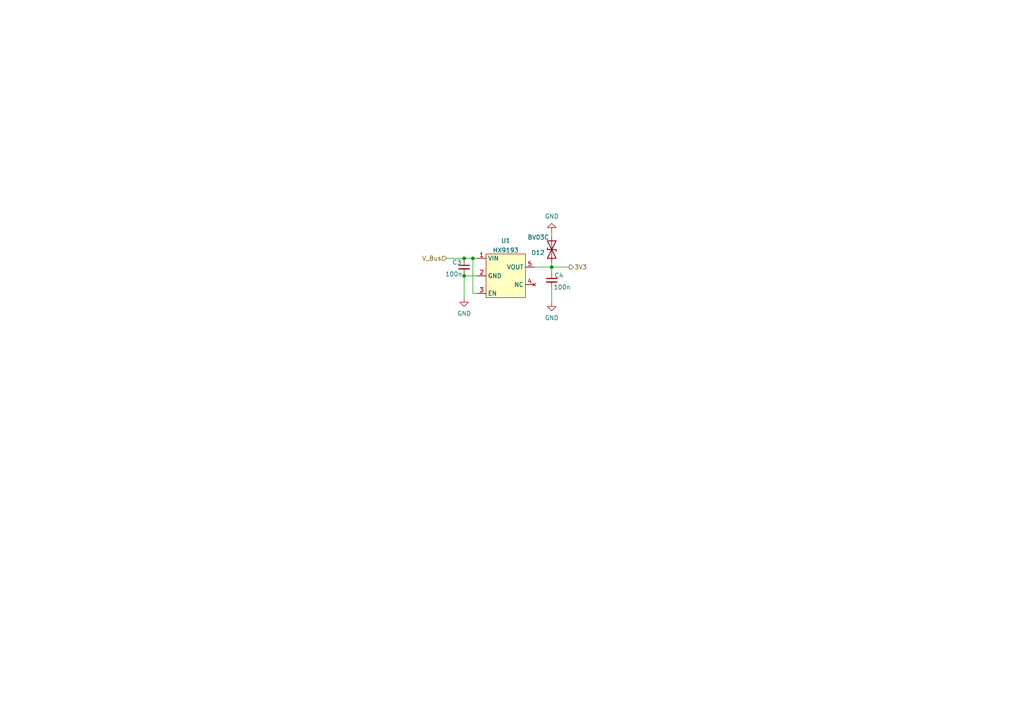
<source format=kicad_sch>
(kicad_sch (version 20230121) (generator eeschema)
  (paper "A4")
  (lib_symbols
    (symbol "Device:C_Small" (pin_numbers hide) (pin_names (offset 0.254) hide)
      (property "Reference" "C" (at 0.254 1.778 0))
      (property "Value" "C_Small" (at 0.254 -2.032 0))
      (symbol "C_Small_0_1"
        (polyline (pts (xy -1.524 -0.508) (xy 1.524 -0.508)) (stroke (width 0.3302)))
        (polyline (pts (xy -1.524 0.508) (xy 1.524 0.508)) (stroke (width 0.3048)))
      )
      (symbol "C_Small_1_1"
        (pin passive line (at 0 2.54 270) (length 2.032) (name "~") (number "1"))
        (pin passive line (at 0 -2.54 90) (length 2.032) (name "~") (number "2"))
      )
    )
    (symbol "Device:D_TVS" (pin_numbers hide) (pin_names (offset 1.016) hide)
      (property "Reference" "D" (at 0 2.54 0))
      (property "Value" "D_TVS" (at 0 -2.54 0))
      (symbol "D_TVS_0_1"
        (polyline (pts (xy 1.27 0) (xy -1.27 0)))
        (polyline (pts (xy 0.508 1.27) (xy 0 1.27) (xy 0 -1.27) (xy -0.508 -1.27)) (stroke (width 0.254)))
        (polyline (pts (xy -2.54 1.27) (xy -2.54 -1.27) (xy 2.54 1.27) (xy 2.54 -1.27) (xy -2.54 1.27)) (stroke (width 0.254)))
      )
      (symbol "D_TVS_1_1"
        (pin passive line (at -3.81 0 0) (length 2.54) (name "A1") (number "1"))
        (pin passive line (at 3.81 0 180) (length 2.54) (name "A2") (number "2"))
      )
    )
    (symbol "MyLib:HX9193"
      (property "Reference" "U" (at -5.08 7.62 0))
      (property "Value" "HX9193" (at 6.35 7.62 0))
      (symbol "HX9193_0_1"
        (rectangle (start -6.35 6.35) (end 5.08 -6.35) (fill (type background)))
      )
      (symbol "HX9193_1_1"
        (pin power_in line (at -8.89 5.08 0) (length 2.54) (name "VIN") (number "1"))
        (pin passive line (at -8.89 0 0) (length 2.54) (name "GND") (number "2"))
        (pin input line (at -8.89 -5.08 0) (length 2.54) (name "EN") (number "3"))
        (pin no_connect line (at 7.62 -2.54 180) (length 2.54) (name "NC") (number "4"))
        (pin power_out line (at 7.62 2.54 180) (length 2.54) (name "VOUT") (number "5"))
      )
    )
    (symbol "power:GND" (power) (pin_names (offset 0))
      (property "Value" "GND" (at 0 -3.81 0))
      (symbol "GND_0_1"
        (polyline (pts (xy 0 0) (xy 0 -1.27) (xy 1.27 -1.27) (xy 0 -2.54) (xy -1.27 -1.27) (xy 0 -1.27)))
      )
      (symbol "GND_1_1"
        (pin power_in line (at 0 0 270) (length 0) hide (name "GND") (number "1"))
      )
    )
  )
  (junction (at 160.02 77.47))
  (junction (at 134.62 74.93))
  (junction (at 134.62 80.01))
  (junction (at 137.16 74.93))
  (wire (pts (xy 129.54 74.93) (xy 134.62 74.93)))
  (wire (pts (xy 138.43 85.09) (xy 137.16 85.09)))
  (wire (pts (xy 137.16 85.09) (xy 137.16 74.93)))
  (wire (pts (xy 160.02 77.47) (xy 160.02 76.2)))
  (wire (pts (xy 160.02 77.47) (xy 165.1 77.47)))
  (wire (pts (xy 134.62 74.93) (xy 137.16 74.93)))
  (wire (pts (xy 160.02 77.47) (xy 160.02 78.74)))
  (wire (pts (xy 138.43 80.01) (xy 134.62 80.01)))
  (wire (pts (xy 137.16 74.93) (xy 138.43 74.93)))
  (wire (pts (xy 154.94 77.47) (xy 160.02 77.47)))
  (wire (pts (xy 134.62 80.01) (xy 134.62 86.36)))
  (wire (pts (xy 160.02 83.82) (xy 160.02 87.63)))
  (wire (pts (xy 160.02 68.58) (xy 160.02 67.31)))
  (hierarchical_label "3V3" (shape output) (at 165.1 77.47 0))
  (hierarchical_label "V_Bus" (shape input) (at 129.54 74.93 180))
  (symbol (lib_id "power:GND") (at 160.02 67.31 180) (unit 1)
    (property "Reference" "#PWR058" (effects hide))
    (property "Value" "GND" (at 160.02 62.7475 0))
    (instances (project "MainBoard" (path "" (reference "#PWR058") (unit 1)) (path "" (reference "#PWR013") (unit 1)) (path "" (reference "#PWR016") (unit 1))))
  )
  (symbol (lib_id "MyLib:HX9193") (at 147.32 80.01 0) (unit 1)
    (property "Reference" "U1" (at 146.685 69.8205 0))
    (property "Value" "HX9193" (at 146.685 72.5956 0))
    (property "Footprint" "Package_TO_SOT_SMD:SOT-23-5_HandSoldering" (effects hide))
    (property "Datasheet" "https://item.szlcsc.com/280543.html" (effects hide))
    (instances (project "MainBoard" (path "" (reference "U1") (unit 1)) (path "" (reference "U11") (unit 1))))
  )
  (symbol (lib_id "power:GND") (at 160.02 87.63 0) (unit 1)
    (property "Reference" "#PWR012" (effects hide))
    (property "Value" "GND" (at 160.02 92.1925 0))
    (instances (project "MainBoard" (path "" (reference "#PWR012") (unit 1)) (path "" (reference "#PWR065") (unit 1))))
  )
  (symbol (lib_id "Device:C_Small") (at 134.62 77.47 0) (unit 1)
    (property "Reference" "C3" (at 133.858 76.073 0) (effects (justify right)))
    (property "Value" "100n" (at 134.112 79.502 0) (effects (justify right)))
    (property "Footprint" "Capacitor_SMD:C_0603_1608Metric" (effects hide))
    (instances (project "MainBoard" (path "" (reference "C3") (unit 1)) (path "" (reference "C32") (unit 1))))
  )
  (symbol (lib_id "Device:C_Small") (at 160.02 81.28 0) (mirror y) (unit 1)
    (property "Reference" "C4" (at 160.782 79.883 0) (effects (justify right)))
    (property "Value" "100n" (at 160.528 83.312 0) (effects (justify right)))
    (property "Footprint" "Capacitor_SMD:C_0603_1608Metric" (effects hide))
    (instances (project "MainBoard" (path "" (reference "C4") (unit 1)) (path "" (reference "C33") (unit 1))))
  )
  (symbol (lib_id "Device:D_TVS") (at 160.02 72.39 270) (unit 1)
    (property "Reference" "D12" (at 157.988 73.2985 90) (effects (justify right)))
    (property "Value" "BV03C" (at 159.258 68.834 90) (effects (justify right)))
    (property "Footprint" "Diode_SMD:D_SOD-323" (effects hide))
    (instances (project "MainBoard" (path "" (reference "D12") (unit 1)) (path "" (reference "D5") (unit 1)) (path "" (reference "D6") (unit 1))))
  )
  (symbol (lib_id "power:GND") (at 134.62 86.36 0) (unit 1)
    (property "Reference" "#PWR011" (effects hide))
    (property "Value" "GND" (at 134.62 90.9225 0))
    (instances (project "MainBoard" (path "" (reference "#PWR011") (unit 1)) (path "" (reference "#PWR064") (unit 1))))
  )
)
</source>
